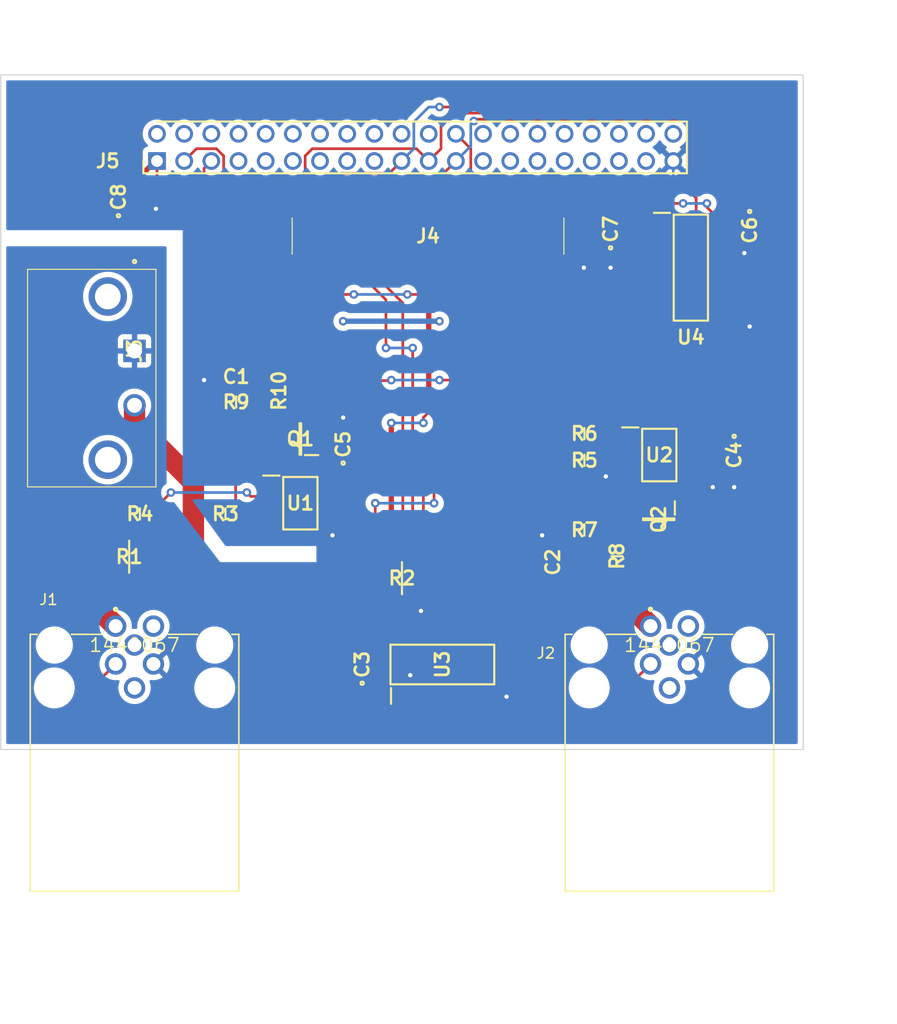
<source format=kicad_pcb>
(kicad_pcb (version 20211014) (generator pcbnew)

  (general
    (thickness 1.6)
  )

  (paper "A4")
  (layers
    (0 "F.Cu" signal)
    (31 "B.Cu" signal)
    (32 "B.Adhes" user "B.Adhesive")
    (33 "F.Adhes" user "F.Adhesive")
    (34 "B.Paste" user)
    (35 "F.Paste" user)
    (36 "B.SilkS" user "B.Silkscreen")
    (37 "F.SilkS" user "F.Silkscreen")
    (38 "B.Mask" user)
    (39 "F.Mask" user)
    (40 "Dwgs.User" user "User.Drawings")
    (41 "Cmts.User" user "User.Comments")
    (42 "Eco1.User" user "User.Eco1")
    (43 "Eco2.User" user "User.Eco2")
    (44 "Edge.Cuts" user)
    (45 "Margin" user)
    (46 "B.CrtYd" user "B.Courtyard")
    (47 "F.CrtYd" user "F.Courtyard")
    (48 "B.Fab" user)
    (49 "F.Fab" user)
    (50 "User.1" user)
    (51 "User.2" user)
    (52 "User.3" user)
    (53 "User.4" user)
    (54 "User.5" user)
    (55 "User.6" user)
    (56 "User.7" user)
    (57 "User.8" user)
    (58 "User.9" user)
  )

  (setup
    (stackup
      (layer "F.SilkS" (type "Top Silk Screen"))
      (layer "F.Paste" (type "Top Solder Paste"))
      (layer "F.Mask" (type "Top Solder Mask") (thickness 0.01))
      (layer "F.Cu" (type "copper") (thickness 0.035))
      (layer "dielectric 1" (type "core") (thickness 1.51) (material "FR4") (epsilon_r 4.5) (loss_tangent 0.02))
      (layer "B.Cu" (type "copper") (thickness 0.035))
      (layer "B.Mask" (type "Bottom Solder Mask") (thickness 0.01))
      (layer "B.Paste" (type "Bottom Solder Paste"))
      (layer "B.SilkS" (type "Bottom Silk Screen"))
      (copper_finish "None")
      (dielectric_constraints no)
    )
    (pad_to_mask_clearance 0)
    (aux_axis_origin 90 110)
    (pcbplotparams
      (layerselection 0x00010fc_ffffffff)
      (disableapertmacros false)
      (usegerberextensions false)
      (usegerberattributes true)
      (usegerberadvancedattributes true)
      (creategerberjobfile true)
      (svguseinch false)
      (svgprecision 6)
      (excludeedgelayer true)
      (plotframeref false)
      (viasonmask false)
      (mode 1)
      (useauxorigin false)
      (hpglpennumber 1)
      (hpglpenspeed 20)
      (hpglpendiameter 15.000000)
      (dxfpolygonmode true)
      (dxfimperialunits true)
      (dxfusepcbnewfont true)
      (psnegative false)
      (psa4output false)
      (plotreference true)
      (plotvalue true)
      (plotinvisibletext false)
      (sketchpadsonfab false)
      (subtractmaskfromsilk false)
      (outputformat 1)
      (mirror false)
      (drillshape 1)
      (scaleselection 1)
      (outputdirectory "")
    )
  )

  (net 0 "")
  (net 1 "GND")
  (net 2 "VCC")
  (net 3 "ISENSE2")
  (net 4 "ISENSE1")
  (net 5 "PWMServo1")
  (net 6 "unconnected-(J1-Pad5)")
  (net 7 "unconnected-(J1-Pad6)")
  (net 8 "unconnected-(J1-Pad2)")
  (net 9 "PWMServo2")
  (net 10 "unconnected-(J2-Pad5)")
  (net 11 "unconnected-(J2-Pad6)")
  (net 12 "VServo12")
  (net 13 "unconnected-(J3-Pad3)")
  (net 14 "unconnected-(J3-Pad4)")
  (net 15 "unconnected-(J4-Pad3)")
  (net 16 "unconnected-(J4-Pad4)")
  (net 17 "unconnected-(J4-Pad5)")
  (net 18 "unconnected-(J4-Pad6)")
  (net 19 "unconnected-(J4-Pad7)")
  (net 20 "unconnected-(J4-Pad8)")
  (net 21 "unconnected-(J4-Pad9)")
  (net 22 "unconnected-(J4-Pad10)")
  (net 23 "unconnected-(J4-Pad11)")
  (net 24 "unconnected-(J4-Pad12)")
  (net 25 "unconnected-(J4-Pad13)")
  (net 26 "unconnected-(J4-Pad14)")
  (net 27 "unconnected-(J4-Pad15)")
  (net 28 "unconnected-(J4-Pad16)")
  (net 29 "unconnected-(J4-Pad17)")
  (net 30 "unconnected-(J4-Pad18)")
  (net 31 "unconnected-(J4-Pad19)")
  (net 32 "unconnected-(J4-Pad20)")
  (net 33 "unconnected-(J4-Pad21)")
  (net 34 "unconnected-(J4-Pad22)")
  (net 35 "unconnected-(J4-Pad23)")
  (net 36 "unconnected-(J4-Pad24)")
  (net 37 "unconnected-(J4-Pad25)")
  (net 38 "unconnected-(J4-Pad26)")
  (net 39 "unconnected-(J4-Pad27)")
  (net 40 "unconnected-(J4-Pad28)")
  (net 41 "unconnected-(J4-Pad29)")
  (net 42 "SDA")
  (net 43 "unconnected-(J4-Pad31)")
  (net 44 "SCL")
  (net 45 "*CS")
  (net 46 "unconnected-(J4-Pad34)")
  (net 47 "CLK")
  (net 48 "unconnected-(J4-Pad36)")
  (net 49 "DIN")
  (net 50 "unconnected-(J4-Pad38)")
  (net 51 "DOUT")
  (net 52 "unconnected-(J4-Pad40)")
  (net 53 "unconnected-(J5-Pad2)")
  (net 54 "unconnected-(J5-Pad4)")
  (net 55 "unconnected-(J5-Pad6)")
  (net 56 "unconnected-(J5-Pad7)")
  (net 57 "unconnected-(J5-Pad8)")
  (net 58 "unconnected-(J5-Pad9)")
  (net 59 "unconnected-(J5-Pad10)")
  (net 60 "unconnected-(J5-Pad11)")
  (net 61 "unconnected-(J5-Pad12)")
  (net 62 "unconnected-(J5-Pad13)")
  (net 63 "unconnected-(J5-Pad14)")
  (net 64 "unconnected-(J5-Pad15)")
  (net 65 "unconnected-(J5-Pad16)")
  (net 66 "unconnected-(J5-Pad17)")
  (net 67 "unconnected-(J5-Pad18)")
  (net 68 "unconnected-(J5-Pad20)")
  (net 69 "unconnected-(J5-Pad22)")
  (net 70 "unconnected-(J5-Pad25)")
  (net 71 "unconnected-(J5-Pad26)")
  (net 72 "unconnected-(J5-Pad27)")
  (net 73 "unconnected-(J5-Pad28)")
  (net 74 "unconnected-(J5-Pad29)")
  (net 75 "unconnected-(J5-Pad30)")
  (net 76 "unconnected-(J5-Pad31)")
  (net 77 "unconnected-(J5-Pad32)")
  (net 78 "unconnected-(J5-Pad33)")
  (net 79 "unconnected-(J5-Pad34)")
  (net 80 "unconnected-(J5-Pad35)")
  (net 81 "unconnected-(J5-Pad36)")
  (net 82 "unconnected-(J5-Pad37)")
  (net 83 "unconnected-(J5-Pad38)")
  (net 84 "unconnected-(J5-Pad40)")
  (net 85 "Net-(Q1-Pad1)")
  (net 86 "Net-(Q1-Pad2)")
  (net 87 "Net-(Q1-Pad3)")
  (net 88 "Net-(Q2-Pad1)")
  (net 89 "Net-(Q2-Pad2)")
  (net 90 "Net-(Q2-Pad3)")
  (net 91 "Net-(R4-Pad2)")
  (net 92 "Net-(R6-Pad2)")
  (net 93 "unconnected-(U1-Pad1)")
  (net 94 "unconnected-(U1-Pad8)")
  (net 95 "unconnected-(U2-Pad1)")
  (net 96 "unconnected-(U2-Pad8)")
  (net 97 "PWMServo3")
  (net 98 "PWMServo4")
  (net 99 "unconnected-(U3-Pad10)")
  (net 100 "unconnected-(U3-Pad11)")
  (net 101 "unconnected-(U3-Pad12)")
  (net 102 "unconnected-(U3-Pad13)")
  (net 103 "unconnected-(U3-Pad15)")
  (net 104 "unconnected-(U3-Pad16)")
  (net 105 "unconnected-(U3-Pad17)")
  (net 106 "unconnected-(U3-Pad18)")
  (net 107 "unconnected-(U3-Pad19)")
  (net 108 "unconnected-(U3-Pad20)")
  (net 109 "unconnected-(U3-Pad21)")
  (net 110 "unconnected-(U3-Pad22)")
  (net 111 "unconnected-(J2-Pad2)")
  (net 112 "Servo1Current")
  (net 113 "Servo2Current")

  (footprint "SamacSys_Parts:SOIC127P600X175-16N" (layer "F.Cu") (at 154.5 65))

  (footprint "SamacSys_Parts:1776508" (layer "F.Cu") (at 102.5 72.775 -90))

  (footprint "eec:Phoenix_Contact-1440067-MFG" (layer "F.Cu") (at 152.5 100.24635))

  (footprint "SamacSys_Parts:SOIC127P599X175-8N" (layer "F.Cu") (at 151.55 82.5))

  (footprint "eec:Phoenix_Contact-1440067-MFG" (layer "F.Cu") (at 102.5 100.24635))

  (footprint "SamacSys_Parts:C0805" (layer "F.Cu") (at 101 58.4 90))

  (footprint "SamacSys_Parts:RESC2012X55N" (layer "F.Cu") (at 112 77.55))

  (footprint "SamacSys_Parts:SOP65P640X110-28N" (layer "F.Cu") (at 131.275 102.062 90))

  (footprint "SamacSys_Parts:RESC2012X55N" (layer "F.Cu") (at 103 88))

  (footprint "SamacSys_Parts:C0805" (layer "F.Cu") (at 158.55 82.5 -90))

  (footprint "SamacSys_Parts:CAPC1608X90N" (layer "F.Cu") (at 141.6 92.5 -90))

  (footprint "SamacSys_Parts:C0805" (layer "F.Cu") (at 123.775 102.062 90))

  (footprint "SamacSys_Parts:RESC6432X90N" (layer "F.Cu") (at 127.5 94 180))

  (footprint "SamacSys_Parts:RESC2012X55N" (layer "F.Cu") (at 144.55 83))

  (footprint "SamacSys_Parts:RESC2012X55N" (layer "F.Cu") (at 147.6 91.95 -90))

  (footprint "SamacSys_Parts:CAPC1608X90N" (layer "F.Cu") (at 112 75.18))

  (footprint "SamacSys_Parts:RESC2012X55N" (layer "F.Cu") (at 111 88))

  (footprint "SamacSys_Parts:C0805" (layer "F.Cu") (at 122 81.5 90))

  (footprint "SamacSys_Parts:RESC2012X55N" (layer "F.Cu") (at 144.55 80.5))

  (footprint "SamacSys_Parts:RESC6432X90N" (layer "F.Cu") (at 102 92))

  (footprint "SamacSys_Parts:C0805" (layer "F.Cu") (at 160 61.5 -90))

  (footprint "SamacSys_Parts:M503602042" (layer "F.Cu") (at 129.935 62.05 180))

  (footprint "SamacSys_Parts:HDRV40W62P254_2X20_5080X483X949P" (layer "F.Cu") (at 104.6 55.04))

  (footprint "SamacSys_Parts:SOIC127P599X175-8N" (layer "F.Cu") (at 118 87))

  (footprint "SamacSys_Parts:C0805" (layer "F.Cu") (at 147 61.4 90))

  (footprint "SamacSys_Parts:SOT96P237X111-3N" (layer "F.Cu") (at 151.5 88.5 -90))

  (footprint "SamacSys_Parts:RESC2012X55N" (layer "F.Cu") (at 116 76.5 90))

  (footprint "SamacSys_Parts:SOT96P237X111-3N" (layer "F.Cu") (at 118 81 180))

  (footprint "SamacSys_Parts:RESC2012X55N" (layer "F.Cu") (at 144.55 89.5))

  (gr_line (start 90 110) (end 90 47) (layer "Edge.Cuts") (width 0.1) (tstamp 304c1aed-1d34-42c1-a338-24aa84aa9224))
  (gr_line (start 165 110) (end 90 110) (layer "Edge.Cuts") (width 0.1) (tstamp 56120c80-b694-4623-ba0d-2c4026a126ec))
  (gr_line (start 165 47) (end 165 110) (layer "Edge.Cuts") (width 0.1) (tstamp 7acdd666-d4b8-4f6b-a957-1762d06025af))
  (gr_line (start 90 47) (end 165 47) (layer "Edge.Cuts") (width 0.1) (tstamp 9129fee9-ffb7-40c5-93ef-e052207ea8ed))
  (dimension (type aligned) (layer "Dwgs.User") (tstamp 055f4bbe-e8c4-400f-a7bc-4732af333251)
    (pts (xy 165 110) (xy 165 47))
    (height 5)
    (gr_text "63.0000 mm" (at 168.85 78.5 90) (layer "Dwgs.User") (tstamp 055f4bbe-e8c4-400f-a7bc-4732af333251)
      (effects (font (size 1 1) (thickness 0.15)))
    )
    (format (units 3) (units_format 1) (precision 4))
    (style (thickness 0.15) (arrow_length 1.27) (text_position_mode 0) (extension_height 0.58642) (extension_offset 0.5) keep_text_aligned)
  )
  (dimension (type aligned) (layer "Dwgs.User") (tstamp 1c1e2ee9-2999-486c-aa40-4ac13ae90566)
    (pts (xy 102.5 123.24635) (xy 152.5 123.27135))
    (height 6.728899)
    (gr_text "50.0000 mm" (at 127.497211 128.837748 359.9713521) (layer "Dwgs.User") (tstamp 1c1e2ee9-2999-486c-aa40-4ac13ae90566)
      (effects (font (size 1 1) (thickness 0.15)))
    )
    (format (units 3) (units_format 1) (precision 4))
    (style (thickness 0.15) (arrow_length 1.27) (text_position_mode 0) (extension_height 0.58642) (extension_offset 0.5) keep_text_aligned)
  )
  (dimension (type aligned) (layer "Dwgs.User") (tstamp 4891025b-2a40-4490-85ea-0b6563fc1981)
    (pts (xy 90 47) (xy 165 47))
    (height -5)
    (gr_text "75.0000 mm" (at 127.5 40.85) (layer "Dwgs.User") (tstamp 4891025b-2a40-4490-85ea-0b6563fc1981)
      (effects (font (size 1 1) (thickness 0.15)))
    )
    (format (units 3) (units_format 1) (precision 4))
    (style (thickness 0.15) (arrow_length 1.27) (text_position_mode 0) (extension_height 0.58642) (extension_offset 0.5) keep_text_aligned)
  )
  (dimension (type aligned) (layer "Dwgs.User") (tstamp 98be5195-a463-4967-8206-f169dcc23163)
    (pts (xy 165 130) (xy 152.496636 130.000248))
    (height -4.999751)
    (gr_text "12.5034 mm" (at 158.748394 133.849875 0.001136442426) (layer "Dwgs.User") (tstamp 98be5195-a463-4967-8206-f169dcc23163)
      (effects (font (size 1 1) (thickness 0.15)))
    )
    (format (units 3) (units_format 1) (precision 4))
    (style (thickness 0.15) (arrow_length 1.27) (text_position_mode 0) (extension_height 0.58642) (extension_offset 0.5) keep_text_aligned)
  )
  (dimension (type aligned) (layer "Dwgs.User") (tstamp eb1d7715-c613-4d4f-838e-4719a1d8f9d1)
    (pts (xy 102.496636 129.975248) (xy 90 130))
    (height -4.99999)
    (gr_text "12.4967 mm" (at 96.255943 133.837606 0.1134852035) (layer "Dwgs.User") (tstamp eb1d7715-c613-4d4f-838e-4719a1d8f9d1)
      (effects (font (size 1 1) (thickness 0.15)))
    )
    (format (units 3) (units_format 1) (precision 4))
    (style (thickness 0.15) (arrow_length 1.27) (text_position_mode 0) (extension_height 0.58642) (extension_offset 0.5) keep_text_aligned)
  )

  (segment (start 129 99.124) (end 129 97.337) (width 0.25) (layer "F.Cu") (net 1) (tstamp 0803d24a-640f-4d2a-8329-fbaf67234dcf))
  (segment (start 111.37 75.92) (end 111.05 76.24) (width 0.5) (layer "F.Cu") (net 1) (tstamp 1a4271b1-3a26-4dc6-94a9-b19b674ddefa))
  (segment (start 157.2 69.445) (end 158.945 69.445) (width 0.25) (layer "F.Cu") (net 1) (tstamp 275fb0ef-46c3-4fea-86cd-542cf7eb0397))
  (segment (start 101 59.3) (end 104.3 59.3) (width 0.5) (layer "F.Cu") (net 1) (tstamp 30991c08-bcc3-4e00-a457-2a1cbc493498))
  (segment (start 147 62.3) (end 147 65) (width 0.5) (layer "F.Cu") (net 1) (tstamp 347d5a2d-9953-4c43-8263-547bc32de6cf))
  (segment (start 151.8 66.905) (end 151.8 65.635) (width 0.25) (layer "F.Cu") (net 1) (tstamp 3576a03d-081e-4cc0-bdbf-39f9ecc590cb))
  (segment (start 143.5 64) (end 142 64) (width 0.5) (layer "F.Cu") (net 1) (tstamp 36f47098-e2b4-4b5a-9cae-2b27ddd8b8a7))
  (segment (start 127.7 105) (end 128.35 105) (width 0.5) (layer "F.Cu") (net 1) (tstamp 386f83c1-7ba0-41cf-a123-07f5773ed5ad))
  (segment (start 151.8 69.445) (end 151.8 68.175) (width 0.25) (layer "F.Cu") (net 1) (tstamp 3ece6685-3c61-4f3f-9220-dfc22baeda04))
  (segment (start 128.35 105) (end 129 105) (width 0.5) (layer "F.Cu") (net 1) (tstamp 3f1870c2-158e-4ecc-ba5e-507db6626cee))
  (segment (start 159.305 63.095) (end 160 62.4) (width 0.25) (layer "F.Cu") (net 1) (tstamp 489c8873-f497-4dfd-8a7d-d952a44bf32c))
  (segment (start 128.35 105) (end 128.35 103.137) (width 0.5) (layer "F.Cu") (net 1) (tstamp 4bca45a1-0d8c-4a48-9f01-4b3e4c56f0bd))
  (segment (start 143.6 89.5) (end 141.1 89.5) (width 0.25) (layer "F.Cu") (net 1) (tstamp 4f1b55ef-e1ae-48cd-b155-ecbf2e563929))
  (segment (start 129.65 105) (end 129 105) (width 0.4) (layer "F.Cu") (net 1) (tstamp 4fa22b5f-bc96-4e0b-b767-a8a556ae9095))
  (segment (start 130.3 99.124) (end 129.65 99.124) (width 0.25) (layer "F.Cu") (net 1) (tstamp 503815e0-bb91-41c2-a3fb-6fa5783cf567))
  (segment (start 122 81.1) (end 122 79) (width 0.5) (layer "F.Cu") (net 1) (tstamp 57d0719a-004c-4183-81d0-9036d508798f))
  (segment (start 129 97.337) (end 129.275 97.062) (width 0.25) (layer "F.Cu") (net 1) (tstamp 5a0134c9-9faf-4ae8-9f74-bb5b6e885788))
  (segment (start 158.945 69.445) (end 160 70.5) (width 0.25) (layer "F.Cu") (net 1) (tstamp 5f3d9ba2-f1a2-4bab-92ef-835e9f516da8))
  (segment (start 144.5 65) (end 143.5 64) (width 0.5) (layer "F.Cu") (net 1) (tstamp 622f6c5a-21ee-428a-9092-975489e2a2f6))
  (segment (start 140.6 90.87) (end 141.6 91.87) (width 0.25) (layer "F.Cu") (net 1) (tstamp 667e2d47-db7b-4737-98ad-9d3d9c7c8e49))
  (segment (start 104.3 59.3) (end 104.5 59.5) (width 0.25) (layer "F.Cu") (net 1) (tstamp 67c7d96a-3ed8-473c-9945-2a8120b4214b))
  (segment (start 121 89.193) (end 120.712 88.905) (width 0.5) (layer "F.Cu") (net 1) (tstamp 6c4a948c-9c62-4b4c-bac2-cd20cf5f1e62))
  (segment (start 109.32 75.18) (end 109 75.5) (width 0.5) (layer "F.Cu") (net 1) (tstamp 6e543c40-2ba8-41c1-aebc-0c878c0704b5))
  (segment (start 146.645 84.405) (end 146.55 84.5) (width 0.25) (layer "F.Cu") (net 1) (tstamp 7ac5d61b-def3-4a59-b8fb-ef0b6fb6faf1))
  (segment (start 157.2 69.445) (end 151.8 69.445) (width 0.25) (layer "F.Cu") (net 1) (tstamp 7bcc3d09-3170-4f9a-a71e-9df185ed7352))
  (segment (start 155.455 84.405) (end 156.55 85.5) (width 0.5) (layer "F.Cu") (net 1) (tstamp 7d93d404-b0ab-4c2f-9b3e-a1844d17b04f))
  (segment (start 121 90) (end 121 89.193) (width 0.5) (layer "F.Cu") (net 1) (tstamp 8768990d-6572-4c7e-a2f7-0b1d26cb0b90))
  (segment (start 123.775 102.962) (end 125.012 102.962) (width 0.5) (layer "F.Cu") (net 1) (tstamp 9401c1f1-d567-44b7-98b3-d968847eba6d))
  (segment (start 127.05 105) (end 127.7 105) (width 0.5) (layer "F.Cu") (net 1) (tstamp 99647072-77ad-4cf4-90dd-3703eb9f68e1))
  (segment (start 125.012 102.962) (end 127.05 105) (width 0.5) (layer "F.Cu") (net 1) (tstamp 9a6f4f2d-2ad4-4c88-9d15-be90475dbb6a))
  (segment (start 111.37 75.18) (end 109.32 75.18) (width 0.5) (layer "F.Cu") (net 1) (tstamp 9b4086de-45e3-48e7-b17c-96b728407cc5))
  (segment (start 111.37 75.18) (end 111.37 75.92) (width 0.5) (layer "F.Cu") (net 1) (tstamp 9e396f2f-7fa3-419f-bb30-1ada190cff2a))
  (segment (start 137.213 105) (end 137.275 105.062) (width 0.5) (layer "F.Cu") (net 1) (tstamp a1ef9751-5459-4b3d-8578-bb0d5467ac72))
  (segment (start 115.288 88.905) (end 120.712 88.905) (width 0.5) (layer "F.Cu") (net 1) (tstamp a3a82c36-0712-45b7-a689-22b57deca4dd))
  (segment (start 158.55 83.4) (end 158.55 85.5) (width 0.5) (layer "F.Cu") (net 1) (tstamp a6b2ae4a-9151-471f-9645-a502f306bee0))
  (segment (start 148.838 84.405) (end 146.645 84.405) (width 0.5) (layer "F.Cu") (net 1) (tstamp a97bbe8c-1716-4f11-9580-c2ade02ed1d0))
  (segment (start 157.2 63.095) (end 158.9545 63.095) (width 0.25) (layer "F.Cu") (net 1) (tstamp c21b739b-4a02-4ffb-bdad-bcf123ea006a))
  (segment (start 141.1 89.5) (end 140.6 90) (width 0.25) (layer "F.Cu") (net 1) (tstamp c2c47447-51f1-4e54-a949-961d60b949f4))
  (segment (start 111.05 76.24) (end 111.05 77.55) (width 0.5) (layer "F.Cu") (net 1) (tstamp c6eb7395-f26d-410f-85e2-448ae9de6c20))
  (segment (start 151.8 65.635) (end 151.8 64.365) (width 0.25) (layer "F.Cu") (net 1) (tstamp cf4628e2-2275-4fd1-9394-fcd05f82d7a6))
  (segment (start 158.9545 63.095) (end 159.305 63.095) (width 0.25) (layer "F.Cu") (net 1) (tstamp d06747cb-6b04-4f4f-ba10-36427ae4448f))
  (segment (start 154.262 84.405) (end 155.455 84.405) (width 0.5) (layer "F.Cu") (net 1) (tstamp d1349795-ceb3-4b8b-8c52-2f26820596f2))
  (segment (start 128.35 103.137) (end 128.275 103.062) (width 0.5) (layer "F.Cu") (net 1) (tstamp d2c701ec-5444-47a4-833a-d1aaa5e649c0))
  (segment (start 129 99.124) (end 129.65 99.124) (width 0.25) (layer "F.Cu") (net 1) (tstamp d6238e11-b353-48fc-b642-96180b858dfc))
  (segment (start 158.9545 63.095) (end 159.5 63.6405) (width 0.25) (layer "F.Cu") (net 1) (tstamp d6b05c97-9a9c-4b98-a3a0-f74ebdf43aed))
  (segment (start 151.8 68.175) (end 151.8 66.905) (width 0.25) (layer "F.Cu") (net 1) (tstamp d8baa54d-2b00-4cc5-9c17-e23b8981f433))
  (segment (start 135.5 105) (end 137.213 105) (width 0.4) (layer "F.Cu") (net 1) (tstamp e45aa5e2-bf74-4bd6-9b4b-3763861e8f05))
  (segment (start 151.8 64.365) (end 151.8 63.095) (width 0.25) (layer "F.Cu") (net 1) (tstamp ef65a370-0e20-477c-9f34-8d7ce8364748))
  (segment (start 140.6 90) (end 140.6 90.87) (width 0.25) (layer "F.Cu") (net 1) (tstamp f16a69f4-dfe4-4b1a-85d2-2d39e359558d))
  (via (at 109 75.5) (size 0.8) (drill 0.4) (layers "F.Cu" "B.Cu") (net 1) (tstamp 04515c9f-446e-47c2-81f2-92a95b82dd06))
  (via (at 159.5 63.6405) (size 0.8) (drill 0.4) (layers "F.Cu" "B.Cu") (net 1) (tstamp 06857846-78a6-4fae-b620-ff8ccb563350))
  (via (at 144.5 65) (size 0.8) (drill 0.4) (layers "F.Cu" "B.Cu") (net 1) (tstamp 4d3c4a28-d2e0-4e60-89a8-0487c4fae249))
  (via (at 121 90) (size 0.8) (drill 0.4) (layers "F.Cu" "B.Cu") (net 1) (tstamp 6619794a-9a94-4264-9f5a-779a7eb5bb58))
  (via (at 160 70.5) (size 0.8) (drill 0.4) (layers "F.Cu" "B.Cu") (net 1) (tstamp 7d06d04c-3dee-44f2-afbe-07af27292efa))
  (via (at 158.55 85.5) (size 0.8) (drill 0.4) (layers "F.Cu" "B.Cu") (net 1) (tstamp 916a2c07-c60d-4940-8ee5-550bed0108f3))
  (via (at 128.275 103.062) (size 0.8) (drill 0.4) (layers "F.Cu" "B.Cu") (net 1) (tstamp a2a8a51f-e359-4cfc-a4a7-b15b32834a24))
  (via (at 140.6 90) (size 0.8) (drill 0.4) (layers "F.Cu" "B.Cu") (net 1) (tstamp acc5294c-883c-42ca-a360-e2ccdafd5fdb))
  (via (at 129.275 97.062) (size 0.8) (drill 0.4) (layers "F.Cu" "B.Cu") (net 1) (tstamp c1f27a9a-7b85-4113-ac39-d1858b66853c))
  (via (at 147 65) (size 0.8) (drill 0.4) (layers "F.Cu" "B.Cu") (net 1) (tstamp c2f1ea98-466d-458b-a232-ed3719b09b41))
  (via (at 156.55 85.5) (size 0.8) (drill 0.4) (layers "F.Cu" "B.Cu") (net 1) (tstamp c79ee046-7359-4b0d-9642-783089087bf8))
  (via (at 104.5 59.5) (size 0.8) (drill 0.4) (layers "F.Cu" "B.Cu") (net 1) (tstamp eb1b072a-6411-4b56-bc92-d8d79ec7e5f6))
  (via (at 137.275 105.062) (size 0.8) (drill 0.4) (layers "F.Cu" "B.Cu") (net 1) (tstamp ebed1396-522b-45b9-ad03-7875ad7dceb4))
  (via (at 122 79) (size 0.8) (drill 0.4) (layers "F.Cu" "B.Cu") (net 1) (tstamp f35badf3-1f8a-4918-b4e3-e1286c6ea2e4))
  (via (at 146.55 84.5) (size 0.8) (drill 0.4) (layers "F.Cu" "B.Cu") (net 1) (tstamp f4ad90ec-24b6-45af-8813-a6e6a9df0a50))
  (segment (start 138 76) (end 152.86 61.14) (width 0.25) (layer "B.Cu") (net 1) (tstamp 7711ed63-4038-4efe-a392-36a3554ccd07))
  (segment (start 152.86 61.14) (end 152.86 55.04) (width 0.25) (layer "B.Cu") (net 1) (tstamp 7d6c7a88-e793-4d33-b523-c0ad02989d4f))
  (segment (start 145 62.9) (end 152.86 55.04) (width 0.25) (layer "B.Cu") (net 1) (tstamp cac85d2c-50eb-4d42-9832-9a2460da310f))
  (segment (start 127.05 99.124) (end 125.813 99.124) (width 0.4) (layer "F.Cu") (net 2) (tstamp 063ca644-d287-4bf7-abc8-bdf3150cfc9a))
  (segment (start 130 76.5) (end 131 77.5) (width 0.5) (layer "F.Cu") (net 2) (tstamp 11fefb79-fd99-4081-a078-537558f8e660))
  (segment (start 157.2 60.555) (end 157.2 61.825) (width 0.25) (layer "F.Cu") (net 2) (tstamp 158d2da7-2be5-4b07-80ee-e9fe387ae1bb))
  (segment (start 121.179022 86.365) (end 120.712 86.365) (width 0.5) (layer "F.Cu") (net 2) (tstamp 16d2803b-3450-46b0-8d1e-c5d2fbde07a5))
  (segment (start 123 67.5) (end 115 67.5) (width 0.25) (layer "F.Cu") (net 2) (tstamp 1d559cc8-675b-48fa-81f2-85fcc749c4ba))
  (segment (start 145.659511 65.340489) (end 144 67) (width 0.25) (layer "F.Cu") (net 2) (tstamp 1e3442cd-c29e-4017-84da-11d683362c86))
  (segment (start 126.5 80) (end 126.5 79.5) (width 0.25) (layer "F.Cu") (net 2) (tstamp 24090def-f9f6-4410-a38a-7d33c0f9f172))
  (segment (start 155.474511 81.369511) (end 154.979022 81.865) (width 0.5) (layer "F.Cu") (net 2) (tstamp 2417b761-9865-46b8-949b-c4fe73092dba))
  (segment (start 102 57.5) (end 101 57.5) (width 0.5) (layer "F.Cu") (net 2) (tstamp 27e1d517-7abf-4aee-ac34-f8e651a99ab8))
  (segment (start 122 85.544022) (end 121.179022 86.365) (width 0.4) (layer "F.Cu") (net 2) (tstamp 32455742-8844-423c-8a5c-76cbdbd058fd))
  (segment (start 142 60.1) (end 146.6 60.1) (width 0.25) (layer "F.Cu") (net 2) (tstamp 3267ebf6-28e6-48e1-86b5-883d3921d476))
  (segment (start 142 60.1) (end 143.6 60.1) (width 0.25) (layer "F.Cu") (net 2) (tstamp 3fc67af5-2cd3-4cbd-b451-cf477d0686f8))
  (segment (start 143.6 60.1) (end 145.659511 62.159511) (width 0.25) (layer "F.Cu") (net 2) (tstamp 41a5a4ef-15ad-4506-8aad-201848d13e9c))
  (segment (start 148.5 59) (end 153.7755 59) (width 0.25) (layer "F.Cu") (net 2) (tstamp 532ef93a-f525-4166-bb7c-4d2aef9b2428))
  (segment (start 120.712 86.365) (end 121.15 86.365) (width 0.5) (layer "F.Cu") (net 2) (tstamp 543e222e-bf61-406c-9278-a1c1624ec0c2))
  (segment (start 130 68) (end 130 76.5) (width 0.5) (layer "F.Cu") (net 2) (tstamp 5db93335-8488-481a-9d53-bd08069cf3a8))
  (segment (start 104.6 57.1) (end 104.6 55.04) (width 0.25) (layer "F.Cu") (net 2) (tstamp 5e9492e0-594b-4a86-95b8-f4cc08a9a365))
  (segment (start 126.874511 98.948511) (end 127.05 99.124) (width 0.4) (layer "F.Cu") (net 2) (tstamp 64ee284d-286a-49c3-bc2c-75b268040dbe))
  (segment (start 129.5 79.5) (end 129.5 79) (width 0.25) (layer "F.Cu") (net 2) (tstamp 6a3bfda1-7980-44ce-b6c0-371ce7cd1496))
  (segment (start 147 60.5) (end 148.5 59) (width 0.25) (layer "F.Cu") (net 2) (tstamp 6e54dfc6-de68-490f-9b7a-7e6d83ce54d3))
  (segment (start 156 59) (end 156 59.355) (width 0.25) (layer "F.Cu") (net 2) (tstamp 847c876f-6854-4226-a458-c9b4aeb06479))
  (segment (start 121.15 86.365) (end 121.74 85.775) (width 0.4) (layer "F.Cu") (net 2) (tstamp 852443cf-cec2-4417-97ab-64905042edc5))
  (segment (start 153.154022 77.5) (end 155.474511 79.820489) (width 0.5) (layer "F.Cu") (net 2) (tstamp 8e53ee65-fca5-4748-a3e5-28473a16dd30))
  (segment (start 146.6 60.1) (end 147 60.5) (width 0.25) (layer "F.Cu") (net 2) (tstamp 950e7530-2379-494b-a280-fd48cc139202))
  (segment (start 144 67) (end 131 67) (width 0.25) (layer "F.Cu") (net 2) (tstamp 99ec53f9-83cc-4823-a834-40242a0db0f6))
  (segment (start 126.874511 98.374511) (end 126.874511 98.948511) (width 0.4) (layer "F.Cu") (net 2) (tstamp 9d61c34d-599f-4af4-8ad0-045bc92082f7))
  (segment (start 159.955 60.555) (end 160 60.6) (width 0.25) (layer "F.Cu") (net 2) (tstamp 9fd00b38-e191-4c5e-af65-994b2b3a6ee3))
  (segment (start 104.46 55.04) (end 102 57.5) (width 0.5) (layer "F.Cu") (net 2) (tstamp a36e6a08-416f-4afa-be13-7f08d0b7df4b))
  (segment (start 121.74 85.775) (end 126.5 85.775) (width 0.4) (layer "F.Cu") (net 2) (tstamp ab83b208-c2ae-48a7-8d55-90687656398e))
  (segment (start 125.813 99.124) (end 123.775 101.162) (width 0.5) (layer "F.Cu") (net 2) (tstamp b9a0e45d-8327-46fa-a21d-4e76323900ec))
  (segment (start 156 59.355) (end 157.2 60.555) (width 0.25) (layer "F.Cu") (net 2) (tstamp be95f0e2-c414-4049-bbb2-04c8c96b57c3))
  (segment (start 155.474511 79.820489) (end 155.474511 81.369511) (width 0.5) (layer "F.Cu") (net 2) (tstamp c2a0ae8a-5aed-4457-9490-e053e05987fe))
  (segment (start 131 67) (end 130 68) (width 0.5) (layer "F.Cu") (net 2) (tstamp c53c491d-06da-420c-9a80-d96303485fe4))
  (segment (start 115 67.5) (end 104.6 57.1) (width 0.25) (layer "F.Cu") (net 2) (tstamp daf79e95-66fc-4dd2-9c4e-7b14d2af670a))
  (segment (start 145.659511 62.159511) (end 145.659511 65.340489) (width 0.25) (layer "F.Cu") (net 2) (tstamp e0df32e6-8d17-4ba2-b3c6-5b10c61f4207))
  (segment (start 158.55 81.6) (end 154.527 81.6) (width 0.5) (layer "F.Cu") (net 2) (tstamp e17cd0cf-4914-404a-8778-9e67b93e8671))
  (segment (start 130.5 67.5) (end 128 67.5) (width 0.25) (layer "F.Cu") (net 2) (tstamp ef2d7cd3-fdd9-4114-a6ae-d2c6d36129ab))
  (segment (start 131 67) (end 130.5 67.5) (width 0.25) (layer "F.Cu") (net 2) (tstamp f6763fcb-9aa5-4b6e-9df3-4a78b0b990f5))
  (segment (start 153.154022 77.5) (end 131 77.5) (width 0.25) (layer "F.Cu") (net 2) (tstamp f680e57d-09f2-4a54-960f-4f1390736057))
  (segment (start 157.2 60.555) (end 159.955 60.555) (width 0.25) (layer "F.Cu") (net 2) (tstamp f6846a8e-0145-4dd2-8bfa-526caeaa1bab))
  (segment (start 154.527 81.6) (end 154.262 81.865) (width 0.5) (layer "F.Cu") (net 2) (tstamp f68e23b8-1272-4f2a-b1d9-cd29e9f5c682))
  (segment (start 122 82.9) (end 122 85.544022) (width 0.5) (layer "F.Cu") (net 2) (tstamp f74135c7-510d-4680-84ee-f3cb69579643))
  (segment (start 126.5 80) (end 126.5 98) (width 0.5) (layer "F.Cu") (net 2) (tstamp f99399d5-60d5-411b-a3f9-1e2a3f7dd2e3))
  (segment (start 129.5 79) (end 131 77.5) (width 0.25) (layer "F.Cu") (net 2) (tstamp f9b2a408-8a21-47e8-bd33-65fc96b824f2))
  (segment (start 154.979022 81.865) (end 154.262 81.865) (width 0.5) (layer "F.Cu") (net 2) (tstamp f9f7c47a-a55f-4793-8524-1ef512ba1ba4))
  (segment (start 126.5 98) (end 126.874511 98.374511) (width 0.4) (layer "F.Cu") (net 2) (tstamp fb3eb28a-3401-4349-9c90-4f78932edf94))
  (via (at 128 67.5) (size 0.8) (drill 0.4) (layers "F.Cu" "B.Cu") (net 2) (tstamp 05d28e19-9491-4ae7-9316-221f510b8658))
  (via locked (at 122 70) (size 0.8) (drill 0.4) (layers "F.Cu" "B.Cu") (net 2) (tstamp 0b9856d6-a148-49ab-ba10-8859ad12038e))
  (via (at 153.7755 59) (size 0.8) (drill 0.4) (layers "F.Cu" "B.Cu") (net 2) (tstamp 1c500f46-788b-47f4-8cb1-8c9f4db3896a))
  (via (at 129.5 79.5) (size 0.8) (drill 0.4) (layers "F.Cu" "B.Cu") (net 2) (tstamp 21753b4b-5271-4a14-9b8b-85c7f4dd9afb))
  (via locked (at 131 70) (size 0.8) (drill 0.4) (layers "F.Cu" "B.Cu") (net 2) (tstamp 37ca1100-94af-4584-9f94-e1eee53d8810))
  (via (at 156 59) (size 0.8) (drill 0.4) (layers "F.Cu" "B.Cu") (net 2) (tstamp 8cad5e7b-0025-4be1-b146-716b7c27836f))
  (via (at 123 67.5) (size 0.8) (drill 0.4) (layers "F.Cu" "B.Cu") (net 2) (tstamp b0b72f6c-763a-41e6-ad1e-e6c27189f4ff))
  (via (at 126.5 79.5) (size 0.8) (drill 0.4) (layers "F.Cu" "B.Cu") (net 2) (tstamp b44c671a-9abe-4714-8d5a-8de0aec08752))
  (segment locked (start 122 70) (end 131 70) (width 0.5) (layer "B.Cu") (net 2) (tstamp 029fe1df-0eaf-417d-b4a6-a45517b43eb5))
  (segment (start 126.5 79.5) (end 129.5 79.5) (width 0.25) (layer "B.Cu") (net 2) (tstamp 1a3ffe87-8f2b-4adf-8a5f-cdfd5d1cc5fd))
  (segment (start 153.7755 59) (end 156 59) (width 0.25) (layer "B.Cu") (net 2) (tstamp 59dc000b-900e-489d-92a0-95ca33b3f6db))
  (segment (start 128 67.5) (end 123 67.5) (width 0.25) (layer "B.Cu") (net 2) (tstamp 818c0984-29cc-4dd4-b5d6-78761f6bb397))
  (segment (start 149.5 72) (end 153 75.5) (width 0.25) (layer "F.Cu") (net 3) (tstamp 03d3034d-ac13-4ce3-aa45-78a9ca059f9d))
  (segment (start 141.6 93.13) (end 147.37 93.13) (width 0.25) (layer "F.Cu") (net 3) (tstamp 0f1fde2e-4937-42c5-a41e-41294823a81e))
  (segment (start 148.2 93.5) (end 147.6 92.9) (width 0.25) (layer "F.Cu") (net 3) (tstamp 26b6a770-3cdd-4901-9e1f-8bba2b5cd0f1))
  (segment (start 153 75.5) (end 162 75.5) (width 0.25) (layer "F.Cu") (net 3) (tstamp 56123993-0dc5-4dc3-8009-9456c223854d))
  (segment (start 151.345978 61.825) (end 149.5 63.670978) (width 0.25) (layer "F.Cu") (net 3) (tstamp 645c67f9-9f85-4e23-aeec-e90ca07e17a0))
  (segment (start 149.5 63.670978) (end 149.5 72) (width 0.25) (layer "F.Cu") (net 3) (tstamp 71060bad-a149-49c0-b1d4-23c8a1b77bf9))
  (segment (start 162.5 76) (end 162.5 91.5) (width 0.25) (layer "F.Cu") (net 3) (tstamp 7bff413a-d7a4-4b1e-9c57-869d1c5ec6f4))
  (segment (start 147.37 93.13) (end 147.6 92.9) (width 0.25) (layer "F.Cu") (net 3) (tstamp 7d55d77f-ee9c-4b2f-a2a7-3004f42389c7))
  (segment (start 151.8 61.825) (end 151.345978 61.825) (width 0.25) (layer "F.Cu") (net 3) (tstamp afbf4c8c-d199-48c8-bc61-39936f1da73e))
  (segment (start 162.5 91.5) (end 160.5 93.5) (width 0.25) (layer "F.Cu") (net 3) (tstamp b97e0320-f308-4020-9744-6a4a626c0211))
  (segment (start 160.5 93.5) (end 148.2 93.5) (width 0.25) (layer "F.Cu") (net 3) (tstamp bae26412-eedc-420b-9ced-5961a848abe7))
  (segment (start 162 75.5) (end 162.5 76) (width 0.25) (layer "F.Cu") (net 3) (tstamp edd3f9a6-23ef-471c-811e-67bf7bdb4b94))
  (segment (start 126.45 75.55) (end 116 75.55) (width 0.25) (layer "F.Cu") (net 4) (tstamp 125e7203-b244-4e39-83bf-ac762bf2e0ff))
  (segment (start 126.5 75.5) (end 126.45 75.55) (width 0.25) (layer "F.Cu") (net 4) (tstamp 23c6ead4-ed6c-45ab-8f0c-72e9b004cbe3))
  (segment (start 149 72) (end 149 62.900978) (width 0.25) (layer "F.Cu") (net 4) (tstamp 39848d77-9f8a-4915-8ac9-7ddefd9ce768))
  (segment (start 131 75.5) (end 145.5 75.5) (width 0.25) (layer "F.Cu") (net 4) (tstamp 53258c82-0a39-461e-a470-00e53935cea6))
  (segment (start 151.345978 60.555) (end 151.8 60.555) (width 0.25) (layer "F.Cu") (net 4) (tstamp 65d124f6-0787-4f1a-b6ba-3d48f94b3fac))
  (segment (start 115.63 75.18) (end 116 75.55) (width 0.25) (layer "F.Cu") (net 4) (tstamp 89385aa7-6970-429b-bd07-de3ac5441df9))
  (segment (start 149 62.900978) (end 151.345978 60.555) (width 0.25) (layer "F.Cu") (net 4) (tstamp cfe709a0-00a4-4e2a-8dd8-d08fc2daddab))
  (segment (start 112.63 75.18) (end 115.63 75.18) (width 0.25) (layer "F.Cu") (net 4) (tstamp dd334bb6-edb0-44f5-9f80-3d90d5b4d193))
  (segment (start 145.5 75.5) (end 149 72) (width 0.25) (layer "F.Cu") (net 4) (tstamp f8422405-203b-4475-bf19-7f4edeed221f))
  (via (at 126.5 75.5) (size 0.8) (drill 0.4) (layers "F.Cu" "B.Cu") (net 4) (tstamp 9bd5b8f3-a44c-430f-ba1c-6e49a5636859))
  (via (at 131 75.5) (size 0.8) (drill 0.4) (layers "F.Cu" "B.Cu") (net 4) (tstamp ec3a9751-2588-453a-8733-05744b78c9e4))
  (segment (start 126.5 75.5) (end 131 75.5) (width 0.25) (layer "B.Cu") (net 4) (tstamp dbd72dc9-947a-439e-904c-c1e8560457a3))
  (segment (start 128.7875 107.5) (end 101 107.5) (width 0.25) (layer "F.Cu") (net 5) (tstamp 04966aa4-ca81-4d35-8e38-98018decfacd))
  (segment (start 101 107.5) (end 99 105.5) (width 0.25) (layer "F.Cu") (net 5) (tstamp 35bd89a0-a382-46b1-aba8-895cc1469614))
  (segment (start 99 103.74635) (end 100.7323 102.01405) (width 0.25) (layer "F.Cu") (net 5) (tstamp 473232e6-112a-482c-8a4a-bfa19f23626c))
  (segment (start 130.3 105) (end 130.3 105.9875) (width 0.25) (layer "F.Cu") (net 5) (tstamp 77a6ae08-be0f-4dec-bc32-e8ebe17fc8ff))
  (segment (start 130.3 105.9875) (end 128.7875 107.5) (width 0.25) (layer "F.Cu") (net 5) (tstamp 89e0c5e6-cd75-4ecb-aa00-2494358debe8))
  (segment (start 99 105.5) (end 99 103.74635) (width 0.25) (layer "F.Cu") (net 5) (tstamp fd6f6fca-07f4-4ec5-a039-522082bc319b))
  (segment (start 130.95 105) (end 130.95 105.9875) (width 0.25) (layer "F.Cu") (net 9) (tstamp 71c84033-e3a4-4e8a-962b-9eee0b8ce56f))
  (segment (start 131 106) (end 132.51152 107.51152) (width 0.25) (layer "F.Cu") (net 9) (tstamp 9adedacb-ec8d-4152-80e3-3e18767ea94f))
  (segment (start 132.51152 107.51152) (end 145.23483 107.51152) (width 0.25) (layer "F.Cu") (net 9) (tstamp da485917-12ad-4c3a-b5fb-932647fcce87))
  (segment (start 145.23483 107.51152) (end 150.7323 102.01405) (width 0.25) (layer "F.Cu") (net 9) (tstamp f2335493-b5d7-4481-bc15-cffab23fe9be))
  (segment (start 102.5 79.5) (end 108 85) (width 2) (layer "F.Cu") (net 12) (tstamp 021741ef-95c6-4b49-8bf7-5c02a56d4e9f))
  (segment (start 108 88) (end 108 92) (width 2) (layer "F.Cu") (net 12) (tstamp 05c1624d-5ad4-4407-937f-8adb47e0b38c))
  (segment (start 110 94) (end 108 92) (width 2) (layer "F.Cu") (net 12) (tstamp 4d6ebf47-62c1-456a-83cc-9fd564af4770))
  (segment (start 132.5 83) (end 143.6 83) (width 0.25) (layer "F.Cu") (net 12) (tstamp 589d29b9-e525-4913-a6cf-80cb682ff99d))
  (segment (start 130.5 87) (end 130.5 85) (width 0.25) (layer "F.Cu") (net 12) (tstamp 5ff74dcf-6246-4dca-be32-1bed2c674e3a))
  (segment (start 125 93.5) (end 124.5 94) (width 0.25) (layer "F.Cu") (net 12) (tstamp 7df64d2c-f7eb-4a10-b329-4e4ffe67b6c4))
  (segment (start 130.5 85) (end 132.5 83) (width 0.25) (layer "F.Cu") (net 12) (tstamp 87695f3b-36d5-4f06-9fcb-13f7edd80d94))
  (segment (start 102.5 77.855) (end 102.5 79.5) (width 2) (layer "F.Cu") (net 12) (tstamp 99f5451d-bc65-4697-8173-e4543f17671a))
  (segment (start 125 87) (end 125 93.5) (width 0.25) (layer "F.Cu") (net 12) (tstamp ade3f347-3902-4094-8d5f-20c4b1bfa297))
  (segment (start 108 85) (end 108 88) (width 2) (layer "F.Cu") (net 12) (tstamp b15d5cad-a661-4026-9ee5-3f6a94d8ad42))
  (segment (start 108 92) (end 104.85 92) (width 2) (layer "F.Cu") (net 12) (tstamp bbfd8123-81c8-4f5a-9cef-14d2f951a661))
  (segment (start 124.5 94) (end 110 94) (width 2) (layer "F.Cu") (net 12) (tstamp e0230087-e966-44aa-ace9-6034ffc2dae4))
  (segment (start 110.05 88) (end 108 88) (width 0.25) (layer "F.Cu") (net 12) (tstamp e937b538-d9b9-4259-bc48-c90267d983ba))
  (via (at 130.5 87) (size 0.8) (drill 0.4) (layers "F.Cu" "B.Cu") (net 12) (tstamp 00e10e2f-e653-4f38-a526-6943040c247a))
  (via (at 125 87) (size 0.8) (drill 0.4) (layers "F.Cu" "B.Cu") (net 12) (tstamp bcee4600-abe6-462a-ae90-6efae7a51840))
  (segment (start 125 87) (end 130.5 87) (width 0.25) (layer "B.Cu") (net 12) (tstamp d10f9c93-5ff9-4836-895c-2b59762352d9))
  (segment (start 123.169022 62) (end 124.22 63.050978) (width 0.25) (layer "F.Cu") (net 42) (tstamp 01044844-59ba-42f5-aad9-e8fab5d6d3a8))
  (segment (start 124.22 63.050978) (end 124.22 64) (width 0.25) (layer "F.Cu") (net 42) (tstamp 1c3e43f8-7639-4061-a01e-cf71716b54be))
  (segment (start 127.7 98.187469) (end 127.7 99.124) (width 0.25) (layer "F.Cu") (net 42) (tstamp 2115eee8-9867-4ac2-b075-3fb23eb24d6a))
  (segment (start 107.14 55.04) (end 108.289511 53.890489) (width 0.25) (layer "F.Cu") (net 42) (tstamp 28d8f52e-c5e2-41c5-801b-eb1d03d8128e))
  (segment (start 124.795489 65.524511) (end 127.57452 68.303542) (width 0.25) (layer "F.Cu") (net 42) (tstamp 3db682dc-fc9f-4a6a-a1ed-8808fb10d7c0))
  (segment (start 111.5 62) (end 123.169022 62) (width 0.25) (layer "F.Cu") (net 42) (tstamp 5f17c9ff-a312-4836-81df-23e38d575acb))
  (segment (start 127.57452 68.303542) (end 127.57452 98.061989) (width 0.25) (layer "F.Cu") (net 42) (tstamp 67aa08d2-c9e0-4e9b-b7ca-396a5383d7a7))
  (segment (start 110.156144 53.890489) (end 110.829511 54.563856) (width 0.25) (layer "F.Cu") (net 42) (tstamp 7cf25b5b-b828-481b-9874-3e6c44c7edbe))
  (segment (start 110.829511 54.563856) (end 110.829511 61.329511) (width 0.25) (layer "F.Cu") (net 42) (tstamp 857fd073-f891-43d5-9df9-fb82b40d9024))
  (segment (start 124.795489 64.960489) (end 124.795489 65.524511) (width 0.25) (layer "F.Cu") (net 42) (tstamp a76c4cfc-7b39-4e59-a321-dc72306fab23))
  (segment (start 110.829511 61.329511) (end 111.5 62) (width 0.25) (layer "F.Cu") (net 42) (tstamp c1659028-604b-4e4b-bb9b-c4b57ddc12ff))
  (segment (start 108.289511 53.890489) (end 110.156144 53.890489) (width 0.25) (layer "F.Cu") (net 42) (tstamp c5295ef3-e14b-4bff-a02a-8405df25178d))
  (segment (start 127.57452 98.061989) (end 127.7 98.187469) (width 0.25) (layer "F.Cu") (net 42) (tstamp dbae9caa-16d2-413b-b027-4ff42a4f626e))
  (segment (start 124.425 64.59) (end 124.795489 64.960489) (width 0.25) (layer "F.Cu") (net 42) (tstamp f78101de-658d-4eb6-a943-b4ffd6ef188c))
  (segment (start 109 55.72) (end 109.68 55.04) (width 0.25) (layer "F.Cu") (net 44) (tstamp 0f4add45-49b2-46bc-9ece-8b9d09015b74))
  (segment (start 126 72.5) (end 126 68) (width 0.25) (layer "F.Cu") (net 44) (tstamp 14f012c3-7054-482f-88ae-ea28079fb609))
  (segment (start 123.015 65.015) (end 123.015 64.45) (width 0.25) (layer "F.Cu") (net 44) (tstamp 3ef32a76-d9ff-4906-8d3a-e4b9b7e2d85e))
  (segment (start 114.5 66) (end 109 60.5) (width 0.25) (layer "F.Cu") (net 44) (tstamp 4b3f6623-4a3d-4e1b-84fa-a13b0410097c))
  (segment (start 122.95 64.83) (end 121.78 66) (width 0.25) (layer "F.Cu") (net 44) (tstamp 56d7e01b-dab8-487c-a9e9-28b161eca28f))
  (segment (start 109 60.5) (end 109 55.72) (width 0.25) (layer "F.Cu") (net 44) (tstamp 581ddb69-cfea-41d9-9782-cac833645dfa))
  (segment (start 126 68) (end 123.015 65.015) (width 0.25) (layer "F.Cu") (net 44) (tstamp 6ef7bd6f-41c0-4705-99ce-2833d539f029))
  (segment (start 121.78 66) (end 114.5 66) (width 0.25) (layer "F.Cu") (net 44) (tstamp 6f4893b9-06cd-414a-b9cc-2f151083ce6b))
  (segment (start 128.35 98.211989) (end 128.35 99.124) (width 0.25) (layer "F.Cu") (net 44) (tstamp 85491c9e-cc75-43d6-9438-4379f0caaefc))
  (segment (start 128.5 72.5) (end 128.5 98.061989) (width 0.25) (layer "F.Cu") (net 44) (tstamp a57e3ea0-eaa6-494f-af3b-7d0b2befd2c1))
  (segment (start 128.5 98.061989) (end 128.35 98.211989) (width 0.25) (layer "F.Cu") (net 44) (tstamp e83f7289-030e-4cc2-8428-1c1580d3b829))
  (via (at 126 72.5) (size 0.8) (drill 0.4) (layers "F.Cu" "B.Cu") (net 44) (tstamp 0c5530c1-c13a-4c16-b519-f5db2062c40f))
  (via (at 128.5 72.5) (size 0.8) (drill 0.4) (layers "F.Cu" "B.Cu") (net 44) (tstamp 3c5f3f6a-b836-4b33-88bd-51d9ba3affbc))
  (segment (start 126 72.5) (end 128.5 72.5) (width 0.25) (layer "B.Cu") (net 44) (tstamp d4585a21-2e1f-4b74-8239-a4feeaa9b29a))
  (segment (start 132.424511 58.575489) (end 122.424511 58.575489) (width 0.25) (layer "F.Cu") (net 45) (tstamp 1695e976-a489-4cc3-bcc8-8ff8c6cd8158))
  (segment (start 133.930489 57.069511) (end 132.424511 58.575489) (width 0.25) (layer "F.Cu") (net 45) (tstamp 2602cbda-3f75-4ae4-bbaa-1b5d4cd30750))
  (segment (start 122.424511 58.575489) (end 121.68 59.32) (width 0.25) (layer "F.Cu") (net 45) (tstamp 2c80d6b3-2471-4e93-a793-854be81f2bcd))
  (segment (start 132.54 52.5) (end 133.930489 53.890489) (width 0.25) (layer "F.Cu") (net 45) (tstamp 37b0cffc-aa11-4455-a360-a7c17dc3812a))
  (segment (start 153.5 57) (end 155 58.5) (width 0.25) (layer "F.Cu") (net 45) (tstamp a66d71df-ca70-4817-a35d-504ca4cb0797))
  (segment (start 155 66.429022) (end 156.745978 68.175) (width 0.25) (layer "F.Cu") (net 45) (tstamp ad1b61a2-1e59-4fc3-a9e0-de27171d31b6))
  (segment (start 134 57) (end 153.5 57) (width 0.25) (layer "F.Cu") (net 45) (tstamp aec03b87-b293-48a6-876e-88c077b4cb57))
  (segment (start 121.68 59.32) (end 121.68 60.1) (width 0.25) (layer "F.Cu") (net 45) (tstamp b96e3625-6375-4049-a4e9-cd39b357dfa9))
  (segment (start 133.930489 53.890489) (end 133.930489 57.069511) (width 0.25) (layer "F.Cu") (net 45) (tstamp c6f026d2-c8a7-4867-a5ca-a66b0b65d470))
  (segment (start 155 58.5) (end 155 66.429022) (width 0.25) (layer "F.Cu") (net 45) (tstamp c72494e0-7132-4f30-822f-e19a0034fb15))
  (segment (start 162.05048 54.821916) (end 158.364282 51.135718) (width 0.25) (layer "F.Cu") (net 47) (tstamp 1cf9f505-6f9c-445c-a44d-77c2e72d2d77))
  (segment (start 162.05048 62.44952) (end 162.05048 54.821916) (width 0.25) (layer "F.Cu") (net 47) (tstamp 55c0b9ab-ff77-493c-82ef-2b9a3c6039f2))
  (segment (start 134.390856 51.135718) (end 134.218927 51.307647) (width 0.25) (layer "F.Cu") (net 47) (tstamp 58854eb5-9a6b-4f64-a111-d66f661cc4be))
  (segment (start 158.364282 51.135718) (end 134.390856 51.135718) (width 0.25) (layer "F.Cu") (net 47) (tstamp 5fa8fb02-2c3c-471d-bae6-fb6eb47cc4dc))
  (segment (start 121.435009 58.125969) (end 120.41 59.150978) (width 0.25) (layer "F.Cu") (net 47) (tstamp 86a2d252-60ad-4d20-a599-4361f72b621f))
  (segment (start 162 62.99) (end 162 62.5) (width 0.25) (layer "F.Cu") (net 47) (tstamp a5cd9afb-75aa-4939-9f72-59f67b4190c1))
  (segment (start 132.54 55.04) (end 129.454031 58.125969) (width 0.25) (layer "F.Cu") (net 47) (tstamp ba5113c9-e65f-4682-99af-ef45e8283887))
  (segment (start 120.41 59.150978) (end 120.41 60.1) (width 0.25) (layer "F.Cu") (net 47) (tstamp bd08cc3c-e3c7-4eeb-9800-927ae7c253a6))
  (segment (start 160.625 64.365) (end 162 62.99) (width 0.25) (layer "F.Cu") (net 47) (tstamp c83bedc0-93b8-4619-a979-cd12bee4da3a))
  (segment (start 129.454031 58.125969) (end 121.435009 58.125969) (width 0.25) (layer "F.Cu") (net 47) (tstamp e5cda91f-3da0-487b-a814-c4794b1de69c))
  (segment (start 162 62.5) (end 162.05048 62.44952) (width 0.25) (layer "F.Cu") (net 47) (tstamp e8afb8cd-2e99-41f1-b78a-4bed189ae7b1))
  (segment (start 157.2 64.365) (end 160.625 64.365) (width 0.25) (layer "F.Cu") (net 47) (tstamp f7a4658e-e7e9-46ea-bd7c-1b1631c85e2c))
  (via (at 134.218927 51.307647) (size 0.8) (drill 0.4) (layers "F.Cu" "B.Cu") (net 47) (tstamp 3ea39efa-0215-4626-83ab-ed40649f3685))
  (segment (start 133.930489 53.649511) (end 132.54 55.04) (width 0.25) (layer "B.Cu") (net 47) (tstamp 24f1865c-fa95-481b-acfe-4358f9fd9345))
  (segment (start 134.218927 51.307647) (end 133.930489 51.596085) (width 0.25) (layer "B.Cu") (net 47) (tstamp 3ed7703d-a7c5-4744-9c11-51817edd3098))
  (segment (start 133.930489 51.596085) (end 133.930489 53.649511) (width 0.25) (layer "B.Cu") (net 47) (tstamp 7cb1e8a3-0c50-4cd8-9e8d-279500109585))
  (segment (start 157.2 66.905) (end 161.595 66.905) (width 0.25) (layer "F.Cu") (net 49) (tstamp 0061a4e6-01c8-4497-a925-4a1e5d2338aa))
  (segment (start 119.14 58.86) (end 119.14 60.1) (width 0.25) (layer "F.Cu") (net 49) (tstamp 19acdee9-8ce5-4a5d-a19a-2babe1f7be84))
  (segment (start 126.310489 56.189511) (end 121.810489 56.189511) (width 0.25) (layer "F.Cu") (net 49) (tstamp 8686ecc6-6f70-4eab-add1-02f7d3197fe2))
  (segment (start 158.5 50) (end 131 50) (width 0.25) (layer "F.Cu") (net 49) (tstamp 9ba65d6a-6979-4ac4-8c0b-ad8c76e42635))
  (segment (start 127.46 55.04) (end 126.310489 56.189511) (width 0.25) (layer "F.Cu") (net 49) (tstamp a13a31da-5ac1-48a4-833e-6bd07757b97e))
  (segment (start 121.810489 56.189511) (end 119.14 58.86) (width 0.25) (layer "F.Cu") (net 49) (tstamp ad17646d-d27f-4eb8-a6bb-d0fa54d16b17))
  (segment (start 161.595 66.905) (end 163 65.5) (width 0.25) (layer "F.Cu") (net 49) (tstamp b21cd9db-c649-410a-825e-f6601e9e78b7))
  (segment (start 163 65.5) (end 163 54.5) (width 0.25) (layer "F.Cu") (net 49) (tstamp e69d4075-e048-481b-b8f6-ef4bb817482c))
  (segment (start 163 54.5) (end 158.5 50) (width 0.25) (layer "F.Cu") (net 49) (tstamp f41ea126-0e69-4726-adcb-1af48c4df4fb))
  (via (at 131 50) (size 0.8) (drill 0.4) (layers "F.Cu" "B.Cu") (net 49) (tstamp 102d59d4-6464-4120-9f25-432d44e1f578))
  (segment (start 127.46 55.04) (end 128.609511 53.890489) (width 0.25) (layer "B.Cu") (net 49) (tstamp 0cf7dfba-2954-4c08-9c9f-1ef3c1e5b997))
  (segment (start 128.609511 53.890489) (end 128.609511 51.390489) (width 0.25) (layer "B.Cu") (net 49) (tstamp 608cbb03-c77f-43fa-91d7-1edfc4373e49))
  (segment (start 130 50) (end 131 50) (width 0.25) (layer "B.Cu") (net 49) (tstamp 73bb0704-3a43-43a0-bc48-4ed2dd497d05))
  (segment (start 128.609511 51.390489) (end 130 50) (width 0.25) (layer "B.Cu") (net 49) (tstamp c651ea10-d58c-41d7-b52d-f16087e2efe5))
  (segment (start 128.850489 53.890489) (end 119.122878 53.890489) (width 0.25) (layer "F.Cu") (net 51) (tstamp 224ee4ff-b9ca-4c30-bf2c-063f5b935de9))
  (segment (start 131.932141 50.567859) (end 131.149511 51.350489) (width 0.25) (layer "F.Cu") (net 51) (tstamp 29198f5a-c5f5-4bbe-88bd-9d54079180fd))
  (segment (start 160.625 65.635) (end 162.5 63.76) (width 0.25) (layer "F.Cu") (net 51) (tstamp 465178f8-a8f4-42b6-becb-42006036f6b2))
  (segment (start 131.149511 53.890489) (end 130 55.04) (width 0.25) (layer "F.Cu") (net 51) (tstamp 55a1a8e4-2add-4c28-8979-eaf66879f5f7))
  (segment (start 118.449511 58.550489) (end 117.87 59.13) (width 0.25) (layer "F.Cu") (net 51) (tstamp 6c9914d5-7bf9-46ab-b014-3d0e2b3d0798))
  (segment (start 131.149511 51.350489) (end 131.149511 53.890489) (width 0.25) (layer "F.Cu") (net 51) (tstamp 8958db51-37cc-4bf4-aa97-92cf88a13340))
  (segment (start 130 55.04) (end 128.850489 53.890489) (width 0.25) (layer "F.Cu") (net 51) (tstamp 89e32bea-12e8-4de2-abd9-31fa642c6fe6))
  (segment (start 118.449511 54.563856) (end 118.449511 58.550489) (width 0.25) (layer "F.Cu") (net 51) (tstamp b53d23cf-723f-4352-a7cc-22adcf43f9b3))
  (segment (start 162.5 54.635718) (end 158.432141 50.567859) (width 0.25) (layer "F.Cu") (net 51) (tstamp c768cecf-fce5-4b69-addb-10a06ba5e237))
  (segment (start 119.122878 53.890489) (end 118.449511 54.563856) (width 0.25) (layer "F.Cu") (net 51) (tstamp c784b290-6050-44d3-8064-4cd439079d39))
  (segment (start 117.87 59.13) (end 117.87 60.1) (width 0.25) (layer "F.Cu") (net 51) (tstamp d52ccdab-e8ea-4789-8110-bcedb1d34cb4))
  (segment (start 158.432141 50.567859) (end 131.932141 50.567859) (width 0.25) (layer "F.Cu") (net 51) (tstamp f3bb0e93-5f66-4ed7-9f5b-a6af59196f77))
  (segment (start 157.2 65.635) (end 160.625 65.635) (width 0.25) (layer "F.Cu") (net 51) (tstamp fc34b150-dccf-4cab-a8bd-7eefffc3f165))
  (segment (start 162.5 63.76) (end 162.5 54.635718) (width 0.25) (layer "F.Cu") (net 51) (tstamp fd3dada8-8809-48d2-9117-1e631058a102))
  (segment (start 120.244978 87.635) (end 120.712 87.635) (width 0.25) (layer "F.Cu") (net 85) (tstamp 18e5ae6f-e683-44fc-beb5-fd8287edc14e))
  (segment (start 119 86.390022) (end 120.244978 87.635) (width 0.25) (layer "F.Cu") (net 85) (tstamp 18fbe74b-e307-4955-8dec-179c4a3e1225))
  (segment (start 119.05 85.95) (end 119 86) (width 0.25) (layer "F.Cu") (net 85) (tstamp 1f1112b1-0376-41db-b81c-7a44071aa50c))
  (segment (start 119 86) (end 119 86.390022) (width 0.25) (layer "F.Cu") (net 85) (tstamp 810fd476-0bcf-4fec-8b36-7b93405971ac))
  (segment (start 119.05 81.955) (end 119.05 85.95) (width 0.25) (layer "F.Cu") (net 85) (tstamp 820885d9-12cd-4f31-815d-6a96f2df3e08))
  (segment (start 112.95 77.55) (end 115.9 77.55) (width 0.25) (layer "F.Cu") (net 86) (tstamp 5dbc1c87-518e-442c-aa9f-bca7d27a1a91))
  (segment (start 116 77.45) (end 116.455 77.45) (width 0.25) (layer "F.Cu") (net 86) (tstamp 7af05df4-4d98-4d4c-8169-05966a948df7))
  (segment (start 115.9 77.55) (end 116 77.45) (width 0.25) (layer "F.Cu") (net 86) (tstamp 81b0af5b-4a5e-410e-8ec2-4c2e5447744b))
  (segment (start 116.455 77.45) (end 119.05 80.045) (width 0.25) (layer "F.Cu") (net 86) (tstamp e32de77a-ee6f-4f75-ba77-2ef4461737df))
  (segment (start 115 81) (end 111.95 84.05) (width 0.25) (layer "F.Cu") (net 87) (tstamp 03a21618-907d-4940-8a05-6364998b913c))
  (segment (start 116.95 81) (end 115 81) (width 0.25) (layer "F.Cu") (net 87) (tstamp 5345d481-ae4f-4ebb-9cdf-34e4e2b9102e))
  (segment (start 111.95 84.05) (end 111.95 88) (width 0.25) (layer "F.Cu") (net 87) (tstamp 60e8e8b0-46a6-4a91-b53a-3927697c1569))
  (segment (start 111.95 88) (end 114.923 88) (width 0.25) (layer "F.Cu") (net 87) (tstamp 680e9cf5-5aa3-40f2-9ead-54d4e961624c))
  (segment (start 114.923 88) (end 115.288 87.635) (width 0.25) (layer "F.Cu") (net 87) (tstamp c2645ce1-ca10-478c-9c90-aef17faaea88))
  (segment (start 157.274511 85.800103) (end 155.624614 87.45) (width 0.25) (layer "F.Cu") (net 88) (tstamp 0fd7e199-b81c-4f2c-a929-c047ab96bc38))
  (segment (start 154.262 83.135) (end 155.275 83.135) (width 0.25) (layer "F.Cu") (net 88) (tstamp 34b3c11a-5336-44c5-8157-a2b36e08f644))
  (segment (start 157.274511 85.134511) (end 157.274511 85.800103) (width 0.25) (layer "F.Cu") (net 88) (tstamp 4e95ff4f-7f72-40bf-92e1-015dbf4b6f0f))
  (segment (start 155.275 83.135) (end 157.274511 85.134511) (width 0.25) (layer "F.Cu") (net 88) (tstamp cfcfc878-6486-4dbe-9265-45a97cfe6c55))
  (segment (start 155.624614 87.45) (end 152.455 87.45) (width 0.25) (layer "F.Cu") (net 88) (tstamp d7fe5bcb-e060-49ff-9f6e-f8bfa3072e97))
  (segment (start 146.1 91) (end 145.5 90.4) (width 0.25) (layer "F.Cu") (net 89) (tstamp 2b535784-490e-45b4-864f-48ab609f0d30))
  (segment (start 146.1 91) (end 147.6 91) (width 0.25) (layer "F.Cu") (net 89) (tstamp 56687c6a-959f-44e2-aa7e-a89b3e35fa64))
  (segment (start 147.6 88.4) (end 147.6 91) (width 0.25) (layer "F.Cu") (net 89) (tstamp 56bb2d42-60c2-4949-a0e6-2a8c8c585740))
  (segment (start 150.545 87.45) (end 148.55 87.45) (width 0.25) (layer "F.Cu") (net 89) (tstamp 5f65f3f8-68ac-44b5-86ce-867936b4ceb2))
  (segment (start 148.55 87.45) (end 147.6 88.4) (width 0.25) (layer "F.Cu") (net 89) (tstamp 9eea066f-8984-4b05-ae5b-070a89b31288))
  (segment (start 145.5 90.4) (end 145.5 89.5) (width 0.25) (layer "F.Cu") (net 89) (tstamp b03b72b6-25a1-4137-99aa-9e897fd735a5))
  (segment (start 148.703 83) (end 148.838 83.135) (width 0.25) (layer "F.Cu") (net 90) (tstamp 43479f29-2f92-4b37-9a5d-71e758ff42ae))
  (segment (start 148.838 83.135) (end 150.185 83.135) (width 0.25) (layer "F.Cu") (net 90) (tstamp 5446525e-0cdf-4a49-af92-82397082867d))
  (segment (start 150.185 83.135) (end 151.5 84.45) (width 0.25) (layer "F.Cu") (net 90) (tstamp 57097f4b-7d56-46f4-8c26-6205d5c75af1))
  (segment (start 151.5 84.45) (end 151.5 89.55) (width 0.25) (layer "F.Cu") (net 90) (tstamp 699d4a91-ca9f-43a4-899e-adf316e88e15))
  (segment (start 145.5 83) (end 148.703 83) (width 0.25) (layer "F.Cu") (net 90) (tstamp f0e56021-4dcf-4c14-8628-a309d60d3698))
  (segment (start 104.95 86.9505) (end 105.9005 86) (width 0.25) (layer "F.Cu") (net 91) (tstamp 10854b13-7a93-436d-9ebf-58be5a1d840e))
  (segment (start 104.95 88) (end 103.95 88) (width 0.25) (layer "F.Cu") (net 91) (tstamp 4e1f5245-69d5-44e1-b67a-2afa85fedc9c))
  (segment (start 113 86) (end 113.365 86.365) (width 0.25) (layer "F.Cu") (net 91) (tstamp bfd84538-71ef-4b0a-87c3-d39d063cd6eb))
  (segment (start 104.95 88) (end 104.95 86.9505) (width 0.25) (layer "F.Cu") (net 91) (tstamp cb6c747f-53d8-49a1-8206-4096e9044d02))
  (segment (start 113.365 86.365) (end 115.288 86.365) (width 0.25) (layer "F.Cu") (net 91) (tstamp cfa8eb5f-d65a-473c-a373-7688ee1c3f92))
  (via (at 113 86) (size 0.8) (drill 0.4) (layers "F.Cu" "B.Cu") (net 91) (tstamp 167688a8-1be5-4966-b976-2c67bb139f32))
  (via (at 105.9005 86) (size 0.8) (drill 0.4) (layers "F.Cu" "B.Cu") (net 91) (tstamp 80a0993b-53f5-4be8-9877-b65d06d8e07d))
  (segment (start 113 86) (end 105.9005 86) (width 0.25) (layer "B.Cu") (net 91) (tstamp bdfcce3a-5ef8-46ab-97ee-5da5575f61fe))
  (segment (start 146.865 81.865) (end 148.838 81.865) (width 0.25) (layer "F.Cu") (net 92) (tstamp 9df86d2a-9bcc-48fa-9332-bde336a26143))
  (segment (start 145.5 80.5) (end 146.865 81.865) (width 0.25) (layer "F.Cu") (net 92) (tstamp d43ad28c-951d-401d-9ccf-b39e537ddd86))
  (segment (start 102.05 89.1) (end 102.05 88) (width 0.25) (layer "F.Cu") (net 112) (tstamp 224d766c-2a3c-4b54-a897-29e5c9a1f51f))
  (segment (start 99.15 92) (end 99.15 96.89635) (width 2) (layer "F.Cu") (net 112) (tstamp 6af5f1c8-1d4c-4038-b56d-89b901d48f04))
  (segment (start 99.15 92) (end 102.05 89.1) (width 0.25) (layer "F.Cu") (net 112) (tstamp 9d7d432d-2fc4-4227-a56a-e1384486e622))
  (segment (start 99.15 96.89635) (end 100.7323 98.47865) (width 2) (layer "F.Cu") (net 112) (tstamp a1b9747a-2aca-4e45-9e80-4933683f4c23))
  (segment (start 148.25365 96) (end 150.7323 98.47865) (width 2) (layer "F.Cu") (net 113) (tstamp 04078c47-e1d3-4f89-a6eb-698dd89edac4))
  (segment (start 129.5 93.15) (end 129.5 84.5) (width 0.25) (layer "F.Cu") (net 113) (tstamp 150c8ca5-d247-45ef-9c9d-a0b5b35247fb))
  (segment (start 130.35 94) (end 129.5 93.15) (width 0.25) (layer "F.Cu") (net 113) (tstamp 3a55823e-835b-49bf-adc5-1230d3b7ef50))
  (segment (start 129.5 84.5) (end 133.5 80.5) (width 0.25) (layer "F.Cu") (net 113) (tstamp 63e4dab0-1750-44b2-882e-3ded968ffbb3))
  (segment (start 133.5 80.5) (end 143.6 80.5) (width 0.25) (layer "F.Cu") (net 113) (tstamp 96e81a07-6fb9-4c38-bf78-2a8c05f5a5d3))
  (segment (start 132.35 96) (end 148.25365 96) (width 2) (layer "F.Cu") (net 113) (tstamp d33a19a7-00b4-42e6-9d72-defdce59750a))
  (segment (start 130.35 94) (end 132.35 96) (width 2) (layer "F.Cu") (net 113) (tstamp d36ed89f-9f85-4e0b-93e8-faad80674a42))

  (zone (net 1) (net_name "GND") (layer "B.Cu") (tstamp 30c2bdf0-dbde-4777-a183-34fc75e03c83) (hatch edge 0.508)
    (connect_pads (clearance 0.508))
    (min_thickness 0.254) (filled_areas_thickness no)
    (fill yes (thermal_gap 0.508) (thermal_bridge_width 0.508))
    (polygon
      (pts
        (xy 165 81.5)
        (xy 165 110)
        (xy 90 110)
        (xy 90 63)
        (xy 105.5 63)
        (xy 105.5 86)
        (xy 110.5 92.5)
        (xy 119.5 92.5)
        (xy 119.5 91)
        (xy 111 91)
        (xy 107 85.5)
        (xy 107 61.5)
        (xy 90 61.5)
        (xy 90 47)
        (xy 165 47)
      )
    )
    (filled_polygon
      (layer "B.Cu")
      (pts
        (xy 164.433621 47.528502)
        (xy 164.480114 47.582158)
        (xy 164.4915 47.6345)
        (xy 164.4915 109.3655)
        (xy 164.471498 109.433621)
        (xy 164.417842 109.480114)
        (xy 164.3655 109.4915)
        (xy 90.6345 109.4915)
        (xy 90.566379 109.471498)
        (xy 90.519886 109.417842)
        (xy 90.5085 109.3655)
        (xy 90.5085 104.289765)
        (xy 93.086888 104.289765)
        (xy 93.113193 104.56548)
        (xy 93.114278 104.569914)
        (xy 93.114279 104.56992)
        (xy 93.177939 104.830075)
        (xy 93.179024 104.834509)
        (xy 93.283002 105.091218)
        (xy 93.422948 105.330228)
        (xy 93.595931 105.546532)
        (xy 93.798327 105.7356)
        (xy 94.025896 105.89347)
        (xy 94.154385 105.957393)
        (xy 94.269784 106.014803)
        (xy 94.269787 106.014804)
        (xy 94.273871 106.016836)
        (xy 94.27821 106.018258)
        (xy 94.278209 106.018258)
        (xy 94.532724 106.101693)
        (xy 94.53273 106.101694)
        (xy 94.537057 106.103113)
        (xy 94.541548 106.103893)
        (xy 94.541549 106.103893)
        (xy 94.80616 106.149837)
        (xy 94.806168 106.149838)
        (xy 94.809941 106.150493)
        (xy 94.813778 106.150684)
        (xy 94.895887 106.154772)
        (xy 94.895895 106.154772)
        (xy 94.897458 106.15485)
        (xy 95.070356 106.15485)
        (xy 95.072624 106.154685)
        (xy 95.072636 106.154685)
        (xy 95.191791 106.146039)
        (xy 95.276241 106.139911)
        (xy 95.449348 106.101693)
        (xy 95.542235 106.081186)
        (xy 95.542239 106.081185)
        (xy 95.546695 106.080201)
        (xy 95.71931 106.014803)
        (xy 95.801426 105.983692)
        (xy 95.801429 105.983691)
        (xy 95.805696 105.982074)
        (xy 96.04782 105.847586)
        (xy 96.267993 105.679555)
        (xy 96.3492 105.596485)
        (xy 96.458409 105.484769)
        (xy 96.461604 105.481501)
        (xy 96.624596 105.257572)
        (xy 96.753556 105.01246)
        (xy 96.845782 104.751299)
        (xy 96.899341 104.47956)
        (xy 96.908563 104.294321)
        (xy 96.912885 104.207504)
        (xy 96.912885 104.207498)
        (xy 96.913112 104.202935)
        (xy 96.886807 103.92722)
        (xy 96.841338 103.741401)
        (xy 96.822061 103.662625)
        (xy 96.820976 103.658191)
        (xy 96.782681 103.563644)
        (xy 96.718711 103.405711)
        (xy 96.718711 103.40571)
        (xy 96.716998 103.401482)
        (xy 96.577052 103.162472)
        (xy 96.404069 102.946168)
        (xy 96.201673 102.7571)
        (xy 95.974104 102.59923)
        (xy 95.792751 102.509008)
        (xy 95.730216 102.477897)
        (xy 95.730213 102.477896)
        (xy 95.726129 102.475864)
        (xy 95.685245 102.462462)
        (xy 95.467276 102.391007)
        (xy 95.46727 102.391006)
        (xy 95.462943 102.389587)
        (xy 95.458451 102.388807)
        (xy 95.19384 102.342863)
        (xy 95.193832 102.342862)
        (xy 95.190059 102.342207)
        (xy 95.177996 102.341606)
        (xy 95.104113 102.337928)
        (xy 95.104105 102.337928)
        (xy 95.102542 102.33785)
        (xy 94.929644 102.33785)
        (xy 94.927376 102.338015)
        (xy 94.927364 102.338015)
        (xy 94.808209 102.346661)
        (xy 94.723759 102.352789)
        (xy 94.588532 102.382644)
        (xy 94.457765 102.411514)
        (xy 94.457761 102.411515)
        (xy 94.453305 102.412499)
        (xy 94.323805 102.461562)
        (xy 94.198574 102.509008)
        (xy 94.198571 102.509009)
        (xy 94.194304 102.510626)
        (xy 93.95218 102.645114)
        (xy 93.948548 102.647886)
        (xy 93.813349 102.751067)
        (xy 93.732007 102.813145)
        (xy 93.728814 102.816411)
        (xy 93.728812 102.816413)
        (xy 93.670403 102.876163)
        (xy 93.538396 103.011199)
        (xy 93.375404 103.235128)
        (xy 93.246444 103.48024)
        (xy 93.244926 103.484538)
        (xy 93.244924 103.484543)
        (xy 93.218494 103.559387)
        (xy 93.154218 103.741401)
        (xy 93.100659 104.01314)
        (xy 93.100432 104.017697)
        (xy 93.100432 104.017698)
        (xy 93.088804 104.25128)
        (xy 93.086888 104.289765)
        (xy 90.5085 104.289765)
        (xy 90.5085 102.01405)
        (xy 99.219135 102.01405)
        (xy 99.237765 102.250761)
        (xy 99.238919 102.255568)
        (xy 99.23892 102.255574)
        (xy 99.26218 102.352459)
        (xy 99.293195 102.481644)
        (xy 99.295088 102.486215)
        (xy 99.295089 102.486217)
        (xy 99.382072 102.696213)
        (xy 99.38406 102.701013)
        (xy 99.386646 102.705233)
        (xy 99.505541 102.899252)
        (xy 99.505545 102.899258)
        (xy 99.508124 102.903466)
        (xy 99.662331 103.084019)
        (xy 99.842884 103.238226)
        (xy 99.847092 103.240805)
        (xy 99.847098 103.240809)
        (xy 100.036597 103.356934)
        (xy 100.045337 103.36229)
        (xy 100.049907 103.364183)
        (xy 100.049911 103.364185)
        (xy 100.260133 103.451261)
        (xy 100.264706 103.453155)
        (xy 100.344909 103.47241)
        (xy 100.490776 103.50743)
        (xy 100.490782 103.507431)
        (xy 100.495589 103.508585)
        (xy 100.7323 103.527215)
        (xy 100.969011 103.508585)
        (xy 100.96907 103.509333)
        (xy 101.035483 103.517919)
        (xy 101.089795 103.563644)
        (xy 101.110764 103.631473)
        (xy 101.101186 103.681484)
        (xy 101.062789 103.774182)
        (xy 101.062789 103.774183)
        (xy 101.060895 103.778756)
        (xy 101.005465 104.009639)
        (xy 100.986835 104.24635)
        (xy 101.005465 104.483061)
        (xy 101.060895 104.713944)
        (xy 101.062788 104.718515)
        (xy 101.062789 104.718517)
        (xy 101.108998 104.830075)
        (xy 101.15176 104.933313)
        (xy 101.154346 104.937533)
        (xy 101.273241 105.131552)
        (xy 101.273245 105.131558)
        (xy 101.275824 105.135766)
        (xy 101.430031 105.316319)
        (xy 101.610584 105.470526)
        (xy 101.614792 105.473105)
        (xy 101.614798 105.473109)
        (xy 101.808817 105.592004)
        (xy 101.813037 105.59459)
        (xy 101.817607 105.596483)
        (xy 101.817611 105.596485)
        (xy 102.010272 105.676287)
        (xy 102.032406 105.685455)
        (xy 102.112609 105.70471)
        (xy 102.258476 105.73973)
        (xy 102.258482 105.739731)
        (xy 102.263289 105.740885)
        (xy 102.5 105.759515)
        (xy 102.736711 105.740885)
        (xy 102.741518 105.739731)
        (xy 102.741524 105.73973)
        (xy 102.887391 105.70471)
        (xy 102.967594 105.685455)
        (xy 102.989728 105.676287)
        (xy 103.182389 105.596485)
        (xy 103.182393 105.596483)
        (xy 103.186963 105.59459)
        (xy 103.191183 105.592004)
        (xy 103.385202 105.473109)
        (xy 103.385208 105.473105)
        (xy 103.389416 105.470526)
        (xy 103.569969 105.316319)
        (xy 103.724176 105.135766)
        (xy 103.726755 105.131558)
        (xy 103.726759 105.131552)
        (xy 103.845654 104.937533)
        (xy 103.84824 104.933313)
        (xy 103.891003 104.830075)
        (xy 103.937211 104.718517)
        (xy 103.937212 104.718515)
        (xy 103.939105 104.713944)
        (xy 103.994535 104.483061)
        (xy 104.009748 104.289765)
        (xy 108.086888 104.289765)
        (xy 108.113193 104.56548)
        (xy 108.114278 104.569914)
        (xy 108.114279 104.56992)
        (xy 108.177939 104.830075)
        (xy 108.179024 104.834509)
        (xy 108.283002 105.091218)
        (xy 108.422948 105.330228)
        (xy 108.595931 105.546532)
        (xy 108.798327 105.7356)
        (xy 109.025896 105.89347)
        (xy 109.154385 105.957393)
        (xy 109.269784 106.014803)
        (xy 109.269787 106.014804)
        (xy 109.273871 106.016836)
        (xy 109.27821 106.018258)
        (xy 109.278209 106.018258)
        (xy 109.532724 106.101693)
        (xy 109.53273 106.101694)
        (xy 109.537057 106.103113)
        (xy 109.541548 106.103893)
        (xy 109.541549 106.103893)
        (xy 109.80616 106.149837)
        (xy 109.806168 106.149838)
        (xy 109.809941 106.150493)
        (xy 109.813778 106.150684)
        (xy 109.895887 106.154772)
        (xy 109.895895 106.154772)
        (xy 109.897458 106.15485)
        (xy 110.070356 106.15485)
        (xy 110.072624 106.154685)
        (xy 110.072636 106.154685)
        (xy 110.191791 106.146039)
        (xy 110.276241 106.139911)
        (xy 110.449348 106.101693)
        (xy 110.542235 106.081186)
        (xy 110.542239 106.081185)
        (xy 110.546695 106.080201)
        (xy 110.71931 106.014803)
        (xy 110.801426 105.983692)
        (xy 110.801429 105.983691)
        (xy 110.805696 105.982074)
        (xy 111.04782 105.847586)
        (xy 111.267993 105.679555)
        (xy 111.3492 105.596485)
        (xy 111.458409 105.484769)
        (xy 111.461604 105.481501)
        (xy 111.624596 105.257572)
        (xy 111.753556 105.01246)
        (xy 111.845782 104.751299)
        (xy 111.899341 104.47956)
        (xy 111.908563 104.294321)
        (xy 111.90879 104.289765)
        (xy 143.086888 104.289765)
        (xy 143.113193 104.56548)
        (xy 143.114278 104.569914)
        (xy 143.114279 104.56992)
        (xy 143.177939 104.830075)
        (xy 143.179024 104.834509)
        (xy 143.283002 105.091218)
        (xy 143.422948 105.330228)
        (xy 143.595931 105.546532)
        (xy 143.798327 105.7356)
        (xy 144.025896 105.89347)
        (xy 144.154385 105.957393)
        (xy 144.269784 106.014803)
        (xy 144.269787 106.014804)
        (xy 144.273871 106.016836)
        (xy 144.27821 106.018258)
        (xy 144.278209 106.018258)
        (xy 144.532724 106.101693)
        (xy 144.53273 106.101694)
        (xy 144.537057 106.103113)
        (xy 144.541548 106.103893)
        (xy 144.541549 106.103893)
        (xy 144.80616 106.149837)
        (xy 144.806168 106.149838)
        (xy 144.809941 106.150493)
        (xy 144.813778 106.150684)
        (xy 144.895887 106.154772)
        (xy 144.895895 106.154772)
        (xy 144.897458 106.15485)
        (xy 145.070356 106.15485)
        (xy 145.072624 106.154685)
        (xy 145.072636 106.154685)
        (xy 145.191791 106.146039)
        (xy 145.276241 106.139911)
        (xy 145.449348 106.101693)
        (xy 145.542235 106.081186)
        (xy 145.542239 106.081185)
        (xy 145.546695 106.080201)
        (xy 145.71931 106.014803)
        (xy 145.801426 105.983692)
        (xy 145.801429 105.983691)
        (xy 145.805696 105.982074)
        (xy 146.04782 105.847586)
        (xy 146.267993 105.679555)
        (xy 146.3492 105.596485)
        (xy 146.458409 105.484769)
        (xy 146.461604 105.481501)
        (xy 146.624596 105.257572)
        (xy 146.753556 105.01246)
        (xy 146.845782 104.751299)
        (xy 146.899341 104.47956)
        (xy 146.908563 104.294321)
        (xy 146.912885 104.207504)
        (xy 146.912885 104.207498)
        (xy 146.913112 104.202935)
        (xy 146.886807 103.92722)
        (xy 146.841338 103.741401)
        (xy 146.822061 103.662625)
        (xy 146.820976 103.658191)
        (xy 146.782681 103.563644)
        (xy 146.718711 103.405711)
        (xy 146.718711 103.40571)
        (xy 146.716998 103.401482)
        (xy 146.577052 103.162472)
        (xy 146.404069 102.946168)
        (xy 146.201673 102.7571)
        (xy 145.974104 102.59923)
        (xy 145.792751 102.509008)
        (xy 145.730216 102.477897)
        (xy 145.730213 102.477896)
        (xy 145.726129 102.475864)
        (xy 145.685245 102.462462)
        (xy 145.467276 102.391007)
        (xy 145.46727 102.391006)
        (xy 145.462943 102.389587)
        (xy 145.458451 102.388807)
        (xy 145.19384 102.342863)
        (xy 145.193832 102.342862)
        (xy 145.190059 102.342207)
        (xy 145.177996 102.341606)
        (xy 145.104113 102.337928)
        (xy 145.104105 102.337928)
        (xy 145.102542 102.33785)
        (xy 144.929644 102.33785)
        (xy 144.927376 102.338015)
        (xy 144.927364 102.338015)
        (xy 144.808209 102.346661)
        (xy 144.723759 102.352789)
        (xy 144.588532 102.382644)
        (xy 144.457765 102.411514)
        (xy 144.457761 102.411515)
        (xy 144.453305 102.412499)
        (xy 144.323805 102.461562)
        (xy 144.198574 102.509008)
        (xy 144.198571 102.509009)
        (xy 144.194304 102.510626)
        (xy 143.95218 102.645114)
        (xy 143.948548 102.647886)
        (xy 143.813349 102.751067)
        (xy 143.732007 102.813145)
        (xy 143.728814 102.816411)
        (xy 143.728812 102.816413)
        (xy 143.670403 102.876163)
        (xy 143.538396 103.011199)
        (xy 143.375404 103.235128)
        (xy 143.246444 103.48024)
        (xy 143.244926 103.484538)
        (xy 143.244924 103.484543)
        (xy 143.218494 103.559387)
        (xy 143.154218 103.741401)
        (xy 143.100659 104.01314)
        (xy 143.100432 104.017697)
        (xy 143.100432 104.017698)
        (xy 143.088804 104.25128)
        (xy 143.086888 104.289765)
        (xy 111.90879 104.289765)
        (xy 111.912885 104.207504)
        (xy 111.912885 104.207498)
        (xy 111.913112 104.202935)
        (xy 111.886807 103.92722)
        (xy 111.841338 103.741401)
        (xy 111.822061 103.662625)
        (xy 111.820976 103.658191)
        (xy 111.782681 103.563644)
        (xy 111.718711 103.405711)
        (xy 111.718711 103.40571)
        (xy 111.716998 103.401482)
        (xy 111.577052 103.162472)
        (xy 111.404069 102.946168)
        (xy 111.201673 102.7571)
        (xy 110.974104 102.59923)
        (xy 110.792751 102.509008)
        (xy 110.730216 102.477897)
        (xy 110.730213 102.477896)
        (xy 110.726129 102.475864)
        (xy 110.685245 102.462462)
        (xy 110.467276 102.391007)
        (xy 110.46727 102.391006)
        (xy 110.462943 102.389587)
        (xy 110.458451 102.388807)
        (xy 110.19384 102.342863)
        (xy 110.193832 102.342862)
        (xy 110.190059 102.342207)
        (xy 110.177996 102.341606)
        (xy 110.104113 102.337928)
        (xy 110.104105 102.337928)
        (xy 110.102542 102.33785)
        (xy 109.929644 102.33785)
        (xy 109.927376 102.338015)
        (xy 109.927364 102.338015)
        (xy 109.808209 102.346661)
        (xy 109.723759 102.352789)
        (xy 109.588532 102.382644)
        (xy 109.457765 102.411514)
        (xy 109.457761 102.411515)
        (xy 109.453305 102.412499)
        (xy 109.323805 102.461562)
        (xy 109.198574 102.509008)
        (xy 109.198571 102.509009)
        (xy 109.194304 102.510626)
        (xy 108.95218 102.645114)
        (xy 108.948548 102.647886)
        (xy 108.813349 102.751067)
        (xy 108.732007 102.813145)
        (xy 108.728814 102.816411)
        (xy 108.728812 102.816413)
        (xy 108.670403 102.876163)
        (xy 108.538396 103.011199)
        (xy 108.375404 103.235128)
        (xy 108.246444 103.48024)
        (xy 108.244926 103.484538)
        (xy 108.244924 103.484543)
        (xy 108.218494 103.559387)
        (xy 108.154218 103.741401)
        (xy 108.100659 104.01314)
        (xy 108.100432 104.017697)
        (xy 108.100432 104.017698)
        (xy 108.088804 104.25128)
        (xy 108.086888 104.289765)
        (xy 104.009748 104.289765)
        (xy 104.013165 104.24635)
        (xy 103.994535 104.009639)
        (xy 103.939105 103.778756)
        (xy 103.937211 103.774182)
        (xy 103.898589 103.680941)
        (xy 103.891 103.610351)
        (xy 103.92278 103.546864)
        (xy 103.983838 103.510637)
        (xy 104.031039 103.508443)
        (xy 104.031067 103.50809)
        (xy 104.033879 103.508311)
        (xy 104.034703 103.508273)
        (xy 104.035998 103.508478)
        (xy 104.26277 103.526325)
        (xy 104.27263 103.526325)
        (xy 104.499399 103.508478)
        (xy 104.509146 103.506935)
        (xy 104.730327 103.453833)
        (xy 104.739712 103.450784)
        (xy 104.949863 103.363737)
        (xy 104.958658 103.359255)
        (xy 105.126145 103.256618)
        (xy 105.135607 103.24616)
        (xy 105.131824 103.237384)
        (xy 103.997585 102.103145)
        (xy 103.963559 102.040833)
        (xy 103.965394 102.015182)
        (xy 104.632108 102.015182)
        (xy 104.632239 102.017015)
        (xy 104.63649 102.02363)
        (xy 105.48799 102.87513)
        (xy 105.50037 102.88189)
        (xy 105.50802 102.876163)
        (xy 105.612905 102.705008)
        (xy 105.617387 102.696213)
        (xy 105.704434 102.486062)
        (xy 105.707483 102.476677)
        (xy 105.760585 102.255496)
        (xy 105.762128 102.245749)
        (xy 105.779975 102.01898)
        (xy 105.779975 102.01405)
        (xy 149.219135 102.01405)
        (xy 149.237765 102.250761)
        (xy 149.238919 102.255568)
        (xy 149.23892 102.255574)
        (xy 149.26218 102.352459)
        (xy 149.293195 102.481644)
        (xy 149.295088 102.486215)
        (xy 149.295089 102.486217)
        (xy 149.382072 102.696213)
        (xy 149.38406 102.701013)
        (xy 149.386646 102.705233)
        (xy 149.505541 102.899252)
        (xy 149.505545 102.899258)
        (xy 149.508124 102.903466)
        (xy 149.662331 103.084019)
        (xy 149.842884 103.238226)
        (xy 149.847092 103.240805)
        (xy 149.847098 103.240809)
        (xy 150.036597 103.356934)
        (xy 150.045337 103.36229)
        (xy 150.049907 103.364183)
        (xy 150.049911 103.364185)
        (xy 150.260133 103.451261)
        (xy 150.264706 103.453155)
        (xy 150.344909 103.47241)
        (xy 150.490776 103.50743)
        (xy 150.490782 103.507431)
        (xy 150.495589 103.508585)
        (xy 150.7323 103.527215)
        (xy 150.969011 103.508585)
        (xy 150.96907 103.509333)
        (xy 151.035483 103.517919)
        (xy 151.089795 103.563644)
        (xy 151.110764 103.631473)
        (xy 151.101186 103.681484)
        (xy 151.062789 103.774182)
        (xy 151.062789 103.774183)
        (xy 151.060895 103.778756)
        (xy 151.005465 104.009639)
        (xy 150.986835 104.24635)
        (xy 151.005465 104.483061)
        (xy 151.060895 104.713944)
        (xy 151.062788 104.718515)
        (xy 151.062789 104.718517)
        (xy 151.108998 104.830075)
        (xy 151.15176 104.933313)
        (xy 151.154346 104.937533)
        (xy 151.273241 105.131552)
        (xy 151.273245 105.131558)
        (xy 151.275824 105.135766)
        (xy 151.430031 105.316319)
        (xy 151.610584 105.470526)
        (xy 151.614792 105.473105)
        (xy 151.614798 105.473109)
        (xy 151.808817 105.592004)
        (xy 151.813037 105.59459)
        (xy 151.817607 105.596483)
        (xy 151.817611 105.596485)
        (xy 152.010272 105.676287)
        (xy 152.032406 105.685455)
        (xy 152.112609 105.70471)
        (xy 152.258476 105.73973)
        (xy 152.258482 105.739731)
        (xy 152.263289 105.740885)
        (xy 152.5 105.759515)
        (xy 152.736
... [156892 chars truncated]
</source>
